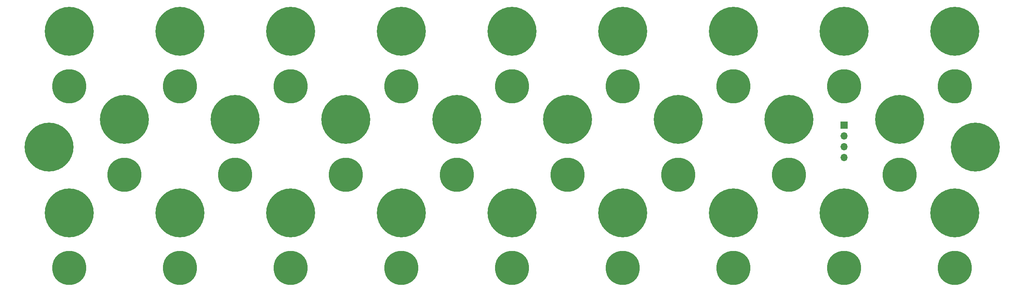
<source format=gbr>
%TF.GenerationSoftware,KiCad,Pcbnew,7.0.2-0*%
%TF.CreationDate,2024-02-08T13:36:38+00:00*%
%TF.ProjectId,plugboard,706c7567-626f-4617-9264-2e6b69636164,rev?*%
%TF.SameCoordinates,PX1312d00PY68e7780*%
%TF.FileFunction,Soldermask,Bot*%
%TF.FilePolarity,Negative*%
%FSLAX46Y46*%
G04 Gerber Fmt 4.6, Leading zero omitted, Abs format (unit mm)*
G04 Created by KiCad (PCBNEW 7.0.2-0) date 2024-02-08 13:36:38*
%MOMM*%
%LPD*%
G01*
G04 APERTURE LIST*
%ADD10C,11.500000*%
%ADD11R,1.700000X1.700000*%
%ADD12O,1.700000X1.700000*%
%ADD13C,8.000000*%
G04 APERTURE END LIST*
D10*
%TO.C,J29*%
X235260000Y39670000D03*
%TD*%
%TO.C,J28*%
X17740000Y39670000D03*
%TD*%
D11*
%TO.C,J27*%
X204500000Y44805000D03*
D12*
X204500000Y42265000D03*
X204500000Y39725000D03*
X204500000Y37185000D03*
%TD*%
D13*
%TO.C,J20*%
X178500000Y11170000D03*
D10*
X178500000Y24170000D03*
%TD*%
D13*
%TO.C,J21*%
X152500000Y11170000D03*
D10*
X152500000Y24170000D03*
%TD*%
D13*
%TO.C,J19*%
X204500000Y11170000D03*
D10*
X204500000Y24170000D03*
%TD*%
D13*
%TO.C,J8*%
X48500000Y53930000D03*
D10*
X48500000Y66930000D03*
%TD*%
D13*
%TO.C,J1*%
X230500000Y53930000D03*
D10*
X230500000Y66930000D03*
%TD*%
D13*
%TO.C,J22*%
X126500000Y11170000D03*
D10*
X126500000Y24170000D03*
%TD*%
D13*
%TO.C,J5*%
X126500000Y53930000D03*
D10*
X126500000Y66930000D03*
%TD*%
D13*
%TO.C,J14*%
X113500000Y33170000D03*
D10*
X113500000Y46170000D03*
%TD*%
D13*
%TO.C,J23*%
X100500000Y11170000D03*
D10*
X100500000Y24170000D03*
%TD*%
D13*
%TO.C,J18*%
X230500000Y11170000D03*
D10*
X230500000Y24170000D03*
%TD*%
D13*
%TO.C,J12*%
X165500000Y33170000D03*
D10*
X165500000Y46170000D03*
%TD*%
D13*
%TO.C,J24*%
X74500000Y11170000D03*
D10*
X74500000Y24170000D03*
%TD*%
D13*
%TO.C,J15*%
X87500000Y33170000D03*
D10*
X87500000Y46170000D03*
%TD*%
D13*
%TO.C,J3*%
X178500000Y53930000D03*
D10*
X178500000Y66930000D03*
%TD*%
D13*
%TO.C,J4*%
X152500000Y53930000D03*
D10*
X152500000Y66930000D03*
%TD*%
D13*
%TO.C,J26*%
X22500000Y11170000D03*
D10*
X22500000Y24170000D03*
%TD*%
D13*
%TO.C,J9*%
X22500000Y53930000D03*
D10*
X22500000Y66930000D03*
%TD*%
D13*
%TO.C,J2*%
X204500000Y53930000D03*
D10*
X204500000Y66930000D03*
%TD*%
D13*
%TO.C,J25*%
X48500000Y11170000D03*
D10*
X48500000Y24170000D03*
%TD*%
D13*
%TO.C,J16*%
X61500000Y33170000D03*
D10*
X61500000Y46170000D03*
%TD*%
D13*
%TO.C,J13*%
X139500000Y33170000D03*
D10*
X139500000Y46170000D03*
%TD*%
D13*
%TO.C,J11*%
X191500000Y33170000D03*
D10*
X191500000Y46170000D03*
%TD*%
D13*
%TO.C,J7*%
X74500000Y53930000D03*
D10*
X74500000Y66930000D03*
%TD*%
D13*
%TO.C,J17*%
X35500000Y33170000D03*
D10*
X35500000Y46170000D03*
%TD*%
D13*
%TO.C,J6*%
X100500000Y53930000D03*
D10*
X100500000Y66930000D03*
%TD*%
D13*
%TO.C,J10*%
X217500000Y33170000D03*
D10*
X217500000Y46170000D03*
%TD*%
M02*

</source>
